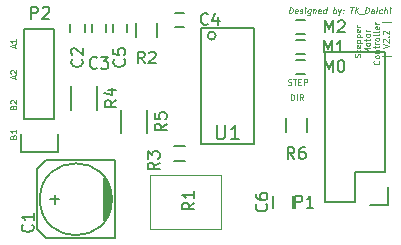
<source format=gbr>
G04 #@! TF.FileFunction,Legend,Top*
%FSLAX45Y45*%
G04 Gerber Fmt 4.5, Leading zero omitted, Abs format (unit mm)*
G04 Created by KiCad (PCBNEW 4.0.1-stable) date 12-Feb-16 11:08:01 AM*
%MOMM*%
G01*
G04 APERTURE LIST*
%ADD10C,0.100000*%
%ADD11C,0.125000*%
%ADD12C,0.150000*%
%ADD13C,0.090000*%
G04 APERTURE END LIST*
D10*
D11*
X2450000Y-822619D02*
X2450000Y-772619D01*
X2461905Y-772619D01*
X2469048Y-775000D01*
X2473810Y-779762D01*
X2476191Y-784524D01*
X2478572Y-794048D01*
X2478572Y-801190D01*
X2476191Y-810714D01*
X2473810Y-815476D01*
X2469048Y-820238D01*
X2461905Y-822619D01*
X2450000Y-822619D01*
X2500000Y-822619D02*
X2500000Y-772619D01*
X2552381Y-822619D02*
X2535714Y-798809D01*
X2523810Y-822619D02*
X2523810Y-772619D01*
X2542857Y-772619D01*
X2547619Y-775000D01*
X2550000Y-777381D01*
X2552381Y-782143D01*
X2552381Y-789286D01*
X2550000Y-794048D01*
X2547619Y-796429D01*
X2542857Y-798809D01*
X2523810Y-798809D01*
X2424048Y-690238D02*
X2431191Y-692619D01*
X2443095Y-692619D01*
X2447857Y-690238D01*
X2450238Y-687857D01*
X2452619Y-683095D01*
X2452619Y-678333D01*
X2450238Y-673571D01*
X2447857Y-671191D01*
X2443095Y-668810D01*
X2433572Y-666429D01*
X2428810Y-664048D01*
X2426429Y-661667D01*
X2424048Y-656905D01*
X2424048Y-652143D01*
X2426429Y-647381D01*
X2428810Y-645000D01*
X2433572Y-642619D01*
X2445476Y-642619D01*
X2452619Y-645000D01*
X2466905Y-642619D02*
X2495476Y-642619D01*
X2481191Y-692619D02*
X2481191Y-642619D01*
X2512143Y-666429D02*
X2528810Y-666429D01*
X2535952Y-692619D02*
X2512143Y-692619D01*
X2512143Y-642619D01*
X2535952Y-642619D01*
X2557381Y-692619D02*
X2557381Y-642619D01*
X2576429Y-642619D01*
X2581191Y-645000D01*
X2583571Y-647381D01*
X2585952Y-652143D01*
X2585952Y-659286D01*
X2583571Y-664048D01*
X2581191Y-666429D01*
X2576429Y-668810D01*
X2557381Y-668810D01*
X96429Y-1130238D02*
X98809Y-1123095D01*
X101190Y-1120714D01*
X105952Y-1118333D01*
X113095Y-1118333D01*
X117857Y-1120714D01*
X120238Y-1123095D01*
X122619Y-1127857D01*
X122619Y-1146905D01*
X72619Y-1146905D01*
X72619Y-1130238D01*
X75000Y-1125476D01*
X77381Y-1123095D01*
X82143Y-1120714D01*
X86905Y-1120714D01*
X91667Y-1123095D01*
X94048Y-1125476D01*
X96429Y-1130238D01*
X96429Y-1146905D01*
X122619Y-1070714D02*
X122619Y-1099286D01*
X122619Y-1085000D02*
X72619Y-1085000D01*
X79762Y-1089762D01*
X84524Y-1094524D01*
X86905Y-1099286D01*
X96429Y-880238D02*
X98809Y-873095D01*
X101190Y-870714D01*
X105952Y-868333D01*
X113095Y-868333D01*
X117857Y-870714D01*
X120238Y-873095D01*
X122619Y-877857D01*
X122619Y-896905D01*
X72619Y-896905D01*
X72619Y-880238D01*
X75000Y-875476D01*
X77381Y-873095D01*
X82143Y-870714D01*
X86905Y-870714D01*
X91667Y-873095D01*
X94048Y-875476D01*
X96429Y-880238D01*
X96429Y-896905D01*
X77381Y-849286D02*
X75000Y-846905D01*
X72619Y-842143D01*
X72619Y-830238D01*
X75000Y-825476D01*
X77381Y-823095D01*
X82143Y-820714D01*
X86905Y-820714D01*
X94048Y-823095D01*
X122619Y-851667D01*
X122619Y-820714D01*
X108353Y-638714D02*
X108353Y-614905D01*
X122639Y-643476D02*
X72639Y-626809D01*
X122639Y-610143D01*
X77401Y-595857D02*
X75020Y-593476D01*
X72639Y-588714D01*
X72639Y-576810D01*
X75020Y-572048D01*
X77401Y-569667D01*
X82163Y-567286D01*
X86925Y-567286D01*
X94068Y-569667D01*
X122639Y-598238D01*
X122639Y-567286D01*
X108353Y-378714D02*
X108353Y-354905D01*
X122639Y-383476D02*
X72639Y-366809D01*
X122639Y-350143D01*
X122639Y-307286D02*
X122639Y-335857D01*
X122639Y-321571D02*
X72639Y-321571D01*
X79782Y-326333D01*
X84544Y-331095D01*
X86925Y-335857D01*
D10*
X2432222Y-85619D02*
X2438472Y-35619D01*
X2450377Y-35619D01*
X2457222Y-38000D01*
X2461389Y-42762D01*
X2463175Y-47524D01*
X2464365Y-57048D01*
X2463472Y-64190D01*
X2459901Y-73714D01*
X2456925Y-78476D01*
X2451568Y-83238D01*
X2444127Y-85619D01*
X2432222Y-85619D01*
X2501568Y-83238D02*
X2496508Y-85619D01*
X2486984Y-85619D01*
X2482520Y-83238D01*
X2480734Y-78476D01*
X2483115Y-59429D01*
X2486092Y-54667D01*
X2491151Y-52286D01*
X2500675Y-52286D01*
X2505139Y-54667D01*
X2506925Y-59429D01*
X2506330Y-64190D01*
X2481925Y-68952D01*
X2522996Y-83238D02*
X2527460Y-85619D01*
X2536984Y-85619D01*
X2542044Y-83238D01*
X2545020Y-78476D01*
X2545318Y-76095D01*
X2543532Y-71333D01*
X2539068Y-68952D01*
X2531925Y-68952D01*
X2527461Y-66571D01*
X2525675Y-61809D01*
X2525972Y-59429D01*
X2528949Y-54667D01*
X2534008Y-52286D01*
X2541151Y-52286D01*
X2545615Y-54667D01*
X2565556Y-85619D02*
X2569722Y-52286D01*
X2571806Y-35619D02*
X2569127Y-38000D01*
X2571211Y-40381D01*
X2573889Y-38000D01*
X2571806Y-35619D01*
X2571211Y-40381D01*
X2614960Y-52286D02*
X2609901Y-92762D01*
X2606925Y-97524D01*
X2604246Y-99905D01*
X2599187Y-102286D01*
X2592044Y-102286D01*
X2587580Y-99905D01*
X2611091Y-83238D02*
X2606032Y-85619D01*
X2596508Y-85619D01*
X2592044Y-83238D01*
X2589961Y-80857D01*
X2588175Y-76095D01*
X2589960Y-61809D01*
X2592937Y-57048D01*
X2595615Y-54667D01*
X2600675Y-52286D01*
X2610199Y-52286D01*
X2614663Y-54667D01*
X2638770Y-52286D02*
X2634603Y-85619D01*
X2638175Y-57048D02*
X2640853Y-54667D01*
X2645913Y-52286D01*
X2653056Y-52286D01*
X2657520Y-54667D01*
X2659306Y-59429D01*
X2656032Y-85619D01*
X2699187Y-83238D02*
X2694127Y-85619D01*
X2684603Y-85619D01*
X2680139Y-83238D01*
X2678353Y-78476D01*
X2680734Y-59429D01*
X2683711Y-54667D01*
X2688770Y-52286D01*
X2698294Y-52286D01*
X2702758Y-54667D01*
X2704544Y-59429D01*
X2703949Y-64190D01*
X2679544Y-68952D01*
X2744127Y-85619D02*
X2750377Y-35619D01*
X2744425Y-83238D02*
X2739365Y-85619D01*
X2729841Y-85619D01*
X2725377Y-83238D01*
X2723294Y-80857D01*
X2721508Y-76095D01*
X2723294Y-61809D01*
X2726270Y-57048D01*
X2728949Y-54667D01*
X2734008Y-52286D01*
X2743532Y-52286D01*
X2747996Y-54667D01*
X2806032Y-85619D02*
X2812282Y-35619D01*
X2809901Y-54667D02*
X2814960Y-52286D01*
X2824484Y-52286D01*
X2828948Y-54667D01*
X2831032Y-57048D01*
X2832817Y-61809D01*
X2831032Y-76095D01*
X2828056Y-80857D01*
X2825377Y-83238D01*
X2820317Y-85619D01*
X2810794Y-85619D01*
X2806329Y-83238D01*
X2850675Y-52286D02*
X2858413Y-85619D01*
X2874484Y-52286D02*
X2858413Y-85619D01*
X2852163Y-97524D01*
X2849484Y-99905D01*
X2844425Y-102286D01*
X2889960Y-80857D02*
X2892044Y-83238D01*
X2889365Y-85619D01*
X2887282Y-83238D01*
X2889960Y-80857D01*
X2889365Y-85619D01*
X2893234Y-54667D02*
X2895317Y-57048D01*
X2892639Y-59429D01*
X2890556Y-57048D01*
X2893234Y-54667D01*
X2892639Y-59429D01*
X2950377Y-35619D02*
X2978948Y-35619D01*
X2958413Y-85619D02*
X2964663Y-35619D01*
X2989365Y-85619D02*
X2995615Y-35619D01*
X3017936Y-85619D02*
X3000079Y-57048D01*
X3024186Y-35619D02*
X2992044Y-64190D01*
X3026865Y-90381D02*
X3064960Y-90381D01*
X3077460Y-85619D02*
X3083710Y-35619D01*
X3095615Y-35619D01*
X3102460Y-38000D01*
X3106627Y-42762D01*
X3108412Y-47524D01*
X3109603Y-57048D01*
X3108710Y-64190D01*
X3105139Y-73714D01*
X3102163Y-78476D01*
X3096805Y-83238D01*
X3089365Y-85619D01*
X3077460Y-85619D01*
X3148889Y-85619D02*
X3152162Y-59429D01*
X3150377Y-54667D01*
X3145913Y-52286D01*
X3136389Y-52286D01*
X3131329Y-54667D01*
X3149186Y-83238D02*
X3144127Y-85619D01*
X3132222Y-85619D01*
X3127758Y-83238D01*
X3125972Y-78476D01*
X3126567Y-73714D01*
X3129544Y-68952D01*
X3134603Y-66571D01*
X3146508Y-66571D01*
X3151567Y-64190D01*
X3172698Y-85619D02*
X3176865Y-52286D01*
X3178948Y-35619D02*
X3176270Y-38000D01*
X3178353Y-40381D01*
X3181032Y-38000D01*
X3178948Y-35619D01*
X3178353Y-40381D01*
X3218234Y-83238D02*
X3213174Y-85619D01*
X3203651Y-85619D01*
X3199186Y-83238D01*
X3197103Y-80857D01*
X3195317Y-76095D01*
X3197103Y-61809D01*
X3200079Y-57048D01*
X3202758Y-54667D01*
X3207817Y-52286D01*
X3217341Y-52286D01*
X3221805Y-54667D01*
X3239365Y-85619D02*
X3245615Y-35619D01*
X3260793Y-85619D02*
X3264067Y-59429D01*
X3262282Y-54667D01*
X3257817Y-52286D01*
X3250674Y-52286D01*
X3245615Y-54667D01*
X3242936Y-57048D01*
X3284603Y-85619D02*
X3288770Y-52286D01*
X3290853Y-35619D02*
X3288174Y-38000D01*
X3290258Y-40381D01*
X3292936Y-38000D01*
X3290853Y-35619D01*
X3290258Y-40381D01*
X3035258Y-455143D02*
X3037639Y-448000D01*
X3037639Y-436095D01*
X3035258Y-431333D01*
X3032877Y-428952D01*
X3028115Y-426571D01*
X3023353Y-426571D01*
X3018591Y-428952D01*
X3016210Y-431333D01*
X3013829Y-436095D01*
X3011449Y-445619D01*
X3009068Y-450381D01*
X3006687Y-452762D01*
X3001925Y-455143D01*
X2997163Y-455143D01*
X2992401Y-452762D01*
X2990020Y-450381D01*
X2987639Y-445619D01*
X2987639Y-433714D01*
X2990020Y-426571D01*
X3004306Y-412286D02*
X3004306Y-393238D01*
X2987639Y-405143D02*
X3030496Y-405143D01*
X3035258Y-402762D01*
X3037639Y-398000D01*
X3037639Y-393238D01*
X3035258Y-357524D02*
X3037639Y-362286D01*
X3037639Y-371809D01*
X3035258Y-376571D01*
X3030496Y-378952D01*
X3011449Y-378952D01*
X3006687Y-376571D01*
X3004306Y-371809D01*
X3004306Y-362286D01*
X3006687Y-357524D01*
X3011449Y-355143D01*
X3016210Y-355143D01*
X3020972Y-378952D01*
X3004306Y-333714D02*
X3054306Y-333714D01*
X3006687Y-333714D02*
X3004306Y-328952D01*
X3004306Y-319429D01*
X3006687Y-314667D01*
X3009068Y-312286D01*
X3013829Y-309905D01*
X3028115Y-309905D01*
X3032877Y-312286D01*
X3035258Y-314667D01*
X3037639Y-319429D01*
X3037639Y-328952D01*
X3035258Y-333714D01*
X3004306Y-288476D02*
X3054306Y-288476D01*
X3006687Y-288476D02*
X3004306Y-283714D01*
X3004306Y-274191D01*
X3006687Y-269429D01*
X3009068Y-267048D01*
X3013829Y-264667D01*
X3028115Y-264667D01*
X3032877Y-267048D01*
X3035258Y-269429D01*
X3037639Y-274191D01*
X3037639Y-283714D01*
X3035258Y-288476D01*
X3035258Y-224190D02*
X3037639Y-228952D01*
X3037639Y-238476D01*
X3035258Y-243238D01*
X3030496Y-245619D01*
X3011449Y-245619D01*
X3006687Y-243238D01*
X3004306Y-238476D01*
X3004306Y-228952D01*
X3006687Y-224190D01*
X3011449Y-221810D01*
X3016210Y-221810D01*
X3020972Y-245619D01*
X3037639Y-200381D02*
X3004306Y-200381D01*
X3013829Y-200381D02*
X3009068Y-198000D01*
X3006687Y-195619D01*
X3004306Y-190857D01*
X3004306Y-186095D01*
X3117639Y-414667D02*
X3067639Y-414667D01*
X3103353Y-398000D01*
X3067639Y-381333D01*
X3117639Y-381333D01*
X3117639Y-350381D02*
X3115258Y-355143D01*
X3112877Y-357524D01*
X3108115Y-359905D01*
X3093829Y-359905D01*
X3089068Y-357524D01*
X3086687Y-355143D01*
X3084306Y-350381D01*
X3084306Y-343238D01*
X3086687Y-338476D01*
X3089068Y-336095D01*
X3093829Y-333714D01*
X3108115Y-333714D01*
X3112877Y-336095D01*
X3115258Y-338476D01*
X3117639Y-343238D01*
X3117639Y-350381D01*
X3084306Y-319429D02*
X3084306Y-300381D01*
X3067639Y-312286D02*
X3110496Y-312286D01*
X3115258Y-309905D01*
X3117639Y-305143D01*
X3117639Y-300381D01*
X3117639Y-276571D02*
X3115258Y-281333D01*
X3112877Y-283714D01*
X3108115Y-286095D01*
X3093829Y-286095D01*
X3089068Y-283714D01*
X3086687Y-281333D01*
X3084306Y-276571D01*
X3084306Y-269429D01*
X3086687Y-264667D01*
X3089068Y-262286D01*
X3093829Y-259905D01*
X3108115Y-259905D01*
X3112877Y-262286D01*
X3115258Y-264667D01*
X3117639Y-269429D01*
X3117639Y-276571D01*
X3117639Y-238476D02*
X3084306Y-238476D01*
X3093829Y-238476D02*
X3089068Y-236095D01*
X3086687Y-233714D01*
X3084306Y-228952D01*
X3084306Y-224190D01*
X3192877Y-487286D02*
X3195258Y-489667D01*
X3197639Y-496809D01*
X3197639Y-501571D01*
X3195258Y-508714D01*
X3190496Y-513476D01*
X3185734Y-515857D01*
X3176210Y-518238D01*
X3169068Y-518238D01*
X3159544Y-515857D01*
X3154782Y-513476D01*
X3150020Y-508714D01*
X3147639Y-501571D01*
X3147639Y-496809D01*
X3150020Y-489667D01*
X3152401Y-487286D01*
X3197639Y-458714D02*
X3195258Y-463476D01*
X3192877Y-465857D01*
X3188115Y-468238D01*
X3173829Y-468238D01*
X3169068Y-465857D01*
X3166687Y-463476D01*
X3164306Y-458714D01*
X3164306Y-451571D01*
X3166687Y-446809D01*
X3169068Y-444429D01*
X3173829Y-442048D01*
X3188115Y-442048D01*
X3192877Y-444429D01*
X3195258Y-446809D01*
X3197639Y-451571D01*
X3197639Y-458714D01*
X3164306Y-420619D02*
X3197639Y-420619D01*
X3169068Y-420619D02*
X3166687Y-418238D01*
X3164306Y-413476D01*
X3164306Y-406333D01*
X3166687Y-401571D01*
X3171449Y-399190D01*
X3197639Y-399190D01*
X3164306Y-382524D02*
X3164306Y-363476D01*
X3147639Y-375381D02*
X3190496Y-375381D01*
X3195258Y-373000D01*
X3197639Y-368238D01*
X3197639Y-363476D01*
X3197639Y-346810D02*
X3164306Y-346810D01*
X3173829Y-346810D02*
X3169068Y-344429D01*
X3166687Y-342048D01*
X3164306Y-337286D01*
X3164306Y-332524D01*
X3197639Y-308714D02*
X3195258Y-313476D01*
X3192877Y-315857D01*
X3188115Y-318238D01*
X3173829Y-318238D01*
X3169068Y-315857D01*
X3166687Y-313476D01*
X3164306Y-308714D01*
X3164306Y-301571D01*
X3166687Y-296810D01*
X3169068Y-294429D01*
X3173829Y-292048D01*
X3188115Y-292048D01*
X3192877Y-294429D01*
X3195258Y-296810D01*
X3197639Y-301571D01*
X3197639Y-308714D01*
X3197639Y-263476D02*
X3195258Y-268238D01*
X3190496Y-270619D01*
X3147639Y-270619D01*
X3197639Y-237286D02*
X3195258Y-242048D01*
X3190496Y-244428D01*
X3147639Y-244428D01*
X3195258Y-199190D02*
X3197639Y-203952D01*
X3197639Y-213476D01*
X3195258Y-218238D01*
X3190496Y-220619D01*
X3171449Y-220619D01*
X3166687Y-218238D01*
X3164306Y-213476D01*
X3164306Y-203952D01*
X3166687Y-199190D01*
X3171449Y-196809D01*
X3176210Y-196809D01*
X3180972Y-220619D01*
X3197639Y-175381D02*
X3164306Y-175381D01*
X3173829Y-175381D02*
X3169068Y-173000D01*
X3166687Y-170619D01*
X3164306Y-165857D01*
X3164306Y-161095D01*
X3294306Y-446809D02*
X3222877Y-446809D01*
X3227639Y-380143D02*
X3277639Y-363476D01*
X3227639Y-346810D01*
X3232401Y-332524D02*
X3230020Y-330143D01*
X3227639Y-325381D01*
X3227639Y-313476D01*
X3230020Y-308714D01*
X3232401Y-306333D01*
X3237163Y-303952D01*
X3241925Y-303952D01*
X3249068Y-306333D01*
X3277639Y-334905D01*
X3277639Y-303952D01*
X3272877Y-282524D02*
X3275258Y-280143D01*
X3277639Y-282524D01*
X3275258Y-284905D01*
X3272877Y-282524D01*
X3277639Y-282524D01*
X3232401Y-261095D02*
X3230020Y-258714D01*
X3227639Y-253952D01*
X3227639Y-242048D01*
X3230020Y-237286D01*
X3232401Y-234905D01*
X3237163Y-232524D01*
X3241925Y-232524D01*
X3249068Y-234905D01*
X3277639Y-263476D01*
X3277639Y-232524D01*
X3294306Y-161095D02*
X3222877Y-161095D01*
D12*
X1811441Y-275000D02*
G75*
G03X1811441Y-275000I-33941J0D01*
G01*
X2135500Y-209000D02*
X1685500Y-209000D01*
X1685500Y-209000D02*
X1685500Y-1189000D01*
X1685500Y-1189000D02*
X2135500Y-1189000D01*
X2135500Y-1189000D02*
X2135500Y-209000D01*
X2493670Y-141350D02*
X2563670Y-141350D01*
X2563670Y-261350D02*
X2493670Y-261350D01*
X2582520Y-973000D02*
X2582520Y-1093000D01*
X2407520Y-1093000D02*
X2407520Y-973000D01*
X2493670Y-477900D02*
X2563670Y-477900D01*
X2563670Y-597900D02*
X2493670Y-597900D01*
X2493670Y-309625D02*
X2563670Y-309625D01*
X2563670Y-429625D02*
X2493670Y-429625D01*
X1470120Y-81660D02*
X1540120Y-81660D01*
X1540120Y-201660D02*
X1470120Y-201660D01*
X701520Y-175240D02*
X701520Y-245240D01*
X581520Y-245240D02*
X581520Y-175240D01*
X881860Y-175240D02*
X881860Y-245240D01*
X761860Y-245240D02*
X761860Y-175240D01*
X1315760Y-168020D02*
X1315760Y-288020D01*
X1140760Y-288020D02*
X1140760Y-168020D01*
X939660Y-245240D02*
X939660Y-175240D01*
X1059660Y-175240D02*
X1059660Y-245240D01*
X445940Y-977320D02*
X445940Y-215320D01*
X191940Y-977320D02*
X191940Y-215320D01*
X163940Y-1259320D02*
X163940Y-1104320D01*
X445940Y-215320D02*
X191940Y-215320D01*
X191940Y-977320D02*
X445940Y-977320D01*
X473940Y-1104320D02*
X473940Y-1259320D01*
X473940Y-1259320D02*
X163940Y-1259320D01*
X920158Y-1736780D02*
X920158Y-1584380D01*
X907458Y-1546280D02*
X907458Y-1774880D01*
X894758Y-1800280D02*
X894758Y-1520880D01*
X882058Y-1495480D02*
X882058Y-1825680D01*
X869358Y-1838380D02*
X869358Y-1482780D01*
X958258Y-1990780D02*
X958258Y-1330380D01*
X958258Y-1330380D02*
X374058Y-1330380D01*
X374058Y-1330380D02*
X297858Y-1406580D01*
X297858Y-1406580D02*
X297858Y-1914580D01*
X297858Y-1914580D02*
X374058Y-1990780D01*
X374058Y-1990780D02*
X958258Y-1990780D01*
X412158Y-1660580D02*
X488358Y-1660580D01*
X450258Y-1698680D02*
X450258Y-1622480D01*
X932858Y-1660580D02*
G75*
G03X932858Y-1660580I-304800J0D01*
G01*
X1555020Y-1340500D02*
X1455020Y-1340500D01*
X1455020Y-1205500D02*
X1555020Y-1205500D01*
X2465000Y-1735000D02*
X2465000Y-1635000D01*
X2295000Y-1635000D02*
X2295000Y-1735000D01*
D13*
X1258600Y-1908440D02*
X1858600Y-1908440D01*
X1258600Y-1683440D02*
X1258600Y-1458440D01*
X1258600Y-1683440D02*
X1258600Y-1908440D01*
X1858600Y-1678440D02*
X1858600Y-1458440D01*
X1858600Y-1683440D02*
X1858600Y-1908440D01*
X1258600Y-1458440D02*
X1858600Y-1458440D01*
D12*
X587520Y-903000D02*
X587520Y-703000D01*
X802520Y-703000D02*
X802520Y-903000D01*
X1012520Y-1103000D02*
X1012520Y-903000D01*
X1227520Y-903000D02*
X1227520Y-1103000D01*
X2733000Y-1684000D02*
X2733000Y-414000D01*
X2733000Y-414000D02*
X3241000Y-414000D01*
X3241000Y-414000D02*
X3241000Y-1430000D01*
X2733000Y-1684000D02*
X2987000Y-1684000D01*
X3114000Y-1712000D02*
X3269000Y-1712000D01*
X2987000Y-1684000D02*
X2987000Y-1430000D01*
X2987000Y-1430000D02*
X3241000Y-1430000D01*
X3269000Y-1712000D02*
X3269000Y-1557000D01*
X1820071Y-1034286D02*
X1820071Y-1131429D01*
X1825786Y-1142857D01*
X1831500Y-1148571D01*
X1842929Y-1154286D01*
X1865786Y-1154286D01*
X1877214Y-1148571D01*
X1882929Y-1142857D01*
X1888643Y-1131429D01*
X1888643Y-1034286D01*
X2008643Y-1154286D02*
X1940071Y-1154286D01*
X1974357Y-1154286D02*
X1974357Y-1034286D01*
X1962929Y-1051429D01*
X1951500Y-1062857D01*
X1940071Y-1068571D01*
X2737348Y-246588D02*
X2737348Y-146588D01*
X2770681Y-218017D01*
X2804014Y-146588D01*
X2804014Y-246588D01*
X2846871Y-156112D02*
X2851633Y-151350D01*
X2861157Y-146588D01*
X2884967Y-146588D01*
X2894490Y-151350D01*
X2899252Y-156112D01*
X2904014Y-165636D01*
X2904014Y-175159D01*
X2899252Y-189445D01*
X2842109Y-246588D01*
X2904014Y-246588D01*
X2478353Y-1318238D02*
X2445020Y-1270619D01*
X2421211Y-1318238D02*
X2421211Y-1218238D01*
X2459306Y-1218238D01*
X2468830Y-1223000D01*
X2473592Y-1227762D01*
X2478353Y-1237286D01*
X2478353Y-1251571D01*
X2473592Y-1261095D01*
X2468830Y-1265857D01*
X2459306Y-1270619D01*
X2421211Y-1270619D01*
X2564068Y-1218238D02*
X2545020Y-1218238D01*
X2535496Y-1223000D01*
X2530734Y-1227762D01*
X2521211Y-1242048D01*
X2516449Y-1261095D01*
X2516449Y-1299191D01*
X2521211Y-1308714D01*
X2525972Y-1313476D01*
X2535496Y-1318238D01*
X2554544Y-1318238D01*
X2564068Y-1313476D01*
X2568830Y-1308714D01*
X2573592Y-1299191D01*
X2573592Y-1275381D01*
X2568830Y-1265857D01*
X2564068Y-1261095D01*
X2554544Y-1256333D01*
X2535496Y-1256333D01*
X2525972Y-1261095D01*
X2521211Y-1265857D01*
X2516449Y-1275381D01*
X2734068Y-583238D02*
X2734068Y-483238D01*
X2767401Y-554667D01*
X2800734Y-483238D01*
X2800734Y-583238D01*
X2867401Y-483238D02*
X2876925Y-483238D01*
X2886449Y-488000D01*
X2891210Y-492762D01*
X2895972Y-502286D01*
X2900734Y-521333D01*
X2900734Y-545143D01*
X2895972Y-564191D01*
X2891210Y-573714D01*
X2886449Y-578476D01*
X2876925Y-583238D01*
X2867401Y-583238D01*
X2857877Y-578476D01*
X2853115Y-573714D01*
X2848353Y-564191D01*
X2843591Y-545143D01*
X2843591Y-521333D01*
X2848353Y-502286D01*
X2853115Y-492762D01*
X2857877Y-488000D01*
X2867401Y-483238D01*
X2729068Y-413238D02*
X2729068Y-313238D01*
X2762401Y-384667D01*
X2795734Y-313238D01*
X2795734Y-413238D01*
X2895734Y-413238D02*
X2838591Y-413238D01*
X2867163Y-413238D02*
X2867163Y-313238D01*
X2857639Y-327524D01*
X2848115Y-337048D01*
X2838591Y-341810D01*
X1744993Y-174834D02*
X1740231Y-179596D01*
X1725946Y-184358D01*
X1716422Y-184358D01*
X1702136Y-179596D01*
X1692612Y-170072D01*
X1687850Y-160549D01*
X1683089Y-141501D01*
X1683089Y-127215D01*
X1687850Y-108168D01*
X1692612Y-98644D01*
X1702136Y-89120D01*
X1716422Y-84358D01*
X1725946Y-84358D01*
X1740231Y-89120D01*
X1744993Y-93882D01*
X1830708Y-117691D02*
X1830708Y-184358D01*
X1806898Y-79596D02*
X1783089Y-151025D01*
X1844993Y-151025D01*
X677234Y-475827D02*
X681996Y-480588D01*
X686758Y-494874D01*
X686758Y-504398D01*
X681996Y-518684D01*
X672472Y-528208D01*
X662949Y-532970D01*
X643901Y-537731D01*
X629615Y-537731D01*
X610568Y-532970D01*
X601044Y-528208D01*
X591520Y-518684D01*
X586758Y-504398D01*
X586758Y-494874D01*
X591520Y-480588D01*
X596282Y-475827D01*
X596282Y-437731D02*
X591520Y-432969D01*
X586758Y-423446D01*
X586758Y-399636D01*
X591520Y-390112D01*
X596282Y-385350D01*
X605806Y-380588D01*
X615330Y-380588D01*
X629615Y-385350D01*
X686758Y-442493D01*
X686758Y-380588D01*
X805193Y-545674D02*
X800431Y-550436D01*
X786146Y-555198D01*
X776622Y-555198D01*
X762336Y-550436D01*
X752812Y-540912D01*
X748050Y-531389D01*
X743289Y-512341D01*
X743289Y-498055D01*
X748050Y-479008D01*
X752812Y-469484D01*
X762336Y-459960D01*
X776622Y-455198D01*
X786146Y-455198D01*
X800431Y-459960D01*
X805193Y-464722D01*
X838527Y-455198D02*
X900431Y-455198D01*
X867098Y-493293D01*
X881384Y-493293D01*
X890908Y-498055D01*
X895670Y-502817D01*
X900431Y-512341D01*
X900431Y-536151D01*
X895670Y-545674D01*
X890908Y-550436D01*
X881384Y-555198D01*
X852812Y-555198D01*
X843289Y-550436D01*
X838527Y-545674D01*
X1209053Y-509478D02*
X1175720Y-461859D01*
X1151911Y-509478D02*
X1151911Y-409478D01*
X1190006Y-409478D01*
X1199530Y-414240D01*
X1204292Y-419002D01*
X1209053Y-428526D01*
X1209053Y-442811D01*
X1204292Y-452335D01*
X1199530Y-457097D01*
X1190006Y-461859D01*
X1151911Y-461859D01*
X1247149Y-419002D02*
X1251911Y-414240D01*
X1261434Y-409478D01*
X1285244Y-409478D01*
X1294768Y-414240D01*
X1299530Y-419002D01*
X1304292Y-428526D01*
X1304292Y-438049D01*
X1299530Y-452335D01*
X1242387Y-509478D01*
X1304292Y-509478D01*
X1035374Y-475827D02*
X1040136Y-480588D01*
X1044898Y-494874D01*
X1044898Y-504398D01*
X1040136Y-518684D01*
X1030612Y-528208D01*
X1021089Y-532970D01*
X1002041Y-537731D01*
X987755Y-537731D01*
X968708Y-532970D01*
X959184Y-528208D01*
X949660Y-518684D01*
X944898Y-504398D01*
X944898Y-494874D01*
X949660Y-480588D01*
X954422Y-475827D01*
X944898Y-385350D02*
X944898Y-432969D01*
X992517Y-437731D01*
X987755Y-432969D01*
X982993Y-423446D01*
X982993Y-399636D01*
X987755Y-390112D01*
X992517Y-385350D01*
X1002041Y-380588D01*
X1025850Y-380588D01*
X1035374Y-385350D01*
X1040136Y-390112D01*
X1044898Y-399636D01*
X1044898Y-423446D01*
X1040136Y-432969D01*
X1035374Y-437731D01*
X250210Y-131018D02*
X250210Y-31018D01*
X288306Y-31018D01*
X297830Y-35780D01*
X302592Y-40542D01*
X307353Y-50066D01*
X307353Y-64351D01*
X302592Y-73875D01*
X297830Y-78637D01*
X288306Y-83399D01*
X250210Y-83399D01*
X345449Y-40542D02*
X350210Y-35780D01*
X359734Y-31018D01*
X383544Y-31018D01*
X393068Y-35780D01*
X397830Y-40542D01*
X402591Y-50066D01*
X402591Y-59589D01*
X397830Y-73875D01*
X340687Y-131018D01*
X402591Y-131018D01*
X259912Y-1875367D02*
X264674Y-1880128D01*
X269436Y-1894414D01*
X269436Y-1903938D01*
X264674Y-1918224D01*
X255150Y-1927748D01*
X245627Y-1932509D01*
X226579Y-1937271D01*
X212293Y-1937271D01*
X193246Y-1932509D01*
X183722Y-1927748D01*
X174198Y-1918224D01*
X169436Y-1903938D01*
X169436Y-1894414D01*
X174198Y-1880128D01*
X178960Y-1875367D01*
X269436Y-1780128D02*
X269436Y-1837271D01*
X269436Y-1808700D02*
X169436Y-1808700D01*
X183722Y-1818224D01*
X193246Y-1827748D01*
X198007Y-1837271D01*
X1336278Y-1349667D02*
X1288659Y-1383000D01*
X1336278Y-1406809D02*
X1236278Y-1406809D01*
X1236278Y-1368714D01*
X1241040Y-1359190D01*
X1245802Y-1354429D01*
X1255326Y-1349667D01*
X1269611Y-1349667D01*
X1279135Y-1354429D01*
X1283897Y-1359190D01*
X1288659Y-1368714D01*
X1288659Y-1406809D01*
X1236278Y-1316333D02*
X1236278Y-1254429D01*
X1274373Y-1287762D01*
X1274373Y-1273476D01*
X1279135Y-1263952D01*
X1283897Y-1259190D01*
X1293421Y-1254429D01*
X1317231Y-1254429D01*
X1326754Y-1259190D01*
X1331516Y-1263952D01*
X1336278Y-1273476D01*
X1336278Y-1302048D01*
X1331516Y-1311571D01*
X1326754Y-1316333D01*
X2240714Y-1701667D02*
X2245476Y-1706428D01*
X2250238Y-1720714D01*
X2250238Y-1730238D01*
X2245476Y-1744524D01*
X2235952Y-1754048D01*
X2226429Y-1758809D01*
X2207381Y-1763571D01*
X2193095Y-1763571D01*
X2174048Y-1758809D01*
X2164524Y-1754048D01*
X2155000Y-1744524D01*
X2150238Y-1730238D01*
X2150238Y-1720714D01*
X2155000Y-1706428D01*
X2159762Y-1701667D01*
X2150238Y-1615952D02*
X2150238Y-1635000D01*
X2155000Y-1644524D01*
X2159762Y-1649286D01*
X2174048Y-1658809D01*
X2193095Y-1663571D01*
X2231191Y-1663571D01*
X2240714Y-1658809D01*
X2245476Y-1654048D01*
X2250238Y-1644524D01*
X2250238Y-1625476D01*
X2245476Y-1615952D01*
X2240714Y-1611190D01*
X2231191Y-1606428D01*
X2207381Y-1606428D01*
X2197857Y-1611190D01*
X2193095Y-1615952D01*
X2188333Y-1625476D01*
X2188333Y-1644524D01*
X2193095Y-1654048D01*
X2197857Y-1658809D01*
X2207381Y-1663571D01*
X1629098Y-1689947D02*
X1581479Y-1723280D01*
X1629098Y-1747089D02*
X1529098Y-1747089D01*
X1529098Y-1708994D01*
X1533860Y-1699470D01*
X1538622Y-1694708D01*
X1548146Y-1689947D01*
X1562431Y-1689947D01*
X1571955Y-1694708D01*
X1576717Y-1699470D01*
X1581479Y-1708994D01*
X1581479Y-1747089D01*
X1629098Y-1594708D02*
X1629098Y-1651851D01*
X1629098Y-1623280D02*
X1529098Y-1623280D01*
X1543384Y-1632804D01*
X1552908Y-1642328D01*
X1557669Y-1651851D01*
X970258Y-819667D02*
X922639Y-853000D01*
X970258Y-876809D02*
X870258Y-876809D01*
X870258Y-838714D01*
X875020Y-829190D01*
X879782Y-824428D01*
X889306Y-819667D01*
X903591Y-819667D01*
X913115Y-824428D01*
X917877Y-829190D01*
X922639Y-838714D01*
X922639Y-876809D01*
X903591Y-733952D02*
X970258Y-733952D01*
X865496Y-757762D02*
X936925Y-781571D01*
X936925Y-719667D01*
X1395258Y-1019667D02*
X1347639Y-1053000D01*
X1395258Y-1076810D02*
X1295258Y-1076810D01*
X1295258Y-1038714D01*
X1300020Y-1029190D01*
X1304782Y-1024428D01*
X1314306Y-1019667D01*
X1328591Y-1019667D01*
X1338115Y-1024428D01*
X1342877Y-1029190D01*
X1347639Y-1038714D01*
X1347639Y-1076810D01*
X1295258Y-929190D02*
X1295258Y-976809D01*
X1342877Y-981571D01*
X1338115Y-976809D01*
X1333353Y-967286D01*
X1333353Y-943476D01*
X1338115Y-933952D01*
X1342877Y-929190D01*
X1352401Y-924428D01*
X1376211Y-924428D01*
X1385734Y-929190D01*
X1390496Y-933952D01*
X1395258Y-943476D01*
X1395258Y-967286D01*
X1390496Y-976809D01*
X1385734Y-981571D01*
X2486191Y-1730238D02*
X2486191Y-1630238D01*
X2524286Y-1630238D01*
X2533810Y-1635000D01*
X2538572Y-1639762D01*
X2543333Y-1649286D01*
X2543333Y-1663571D01*
X2538572Y-1673095D01*
X2533810Y-1677857D01*
X2524286Y-1682619D01*
X2486191Y-1682619D01*
X2638572Y-1730238D02*
X2581429Y-1730238D01*
X2610000Y-1730238D02*
X2610000Y-1630238D01*
X2600476Y-1644524D01*
X2590952Y-1654048D01*
X2581429Y-1658809D01*
M02*

</source>
